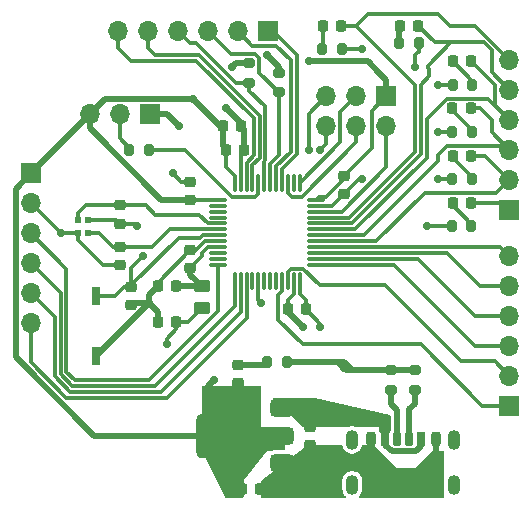
<source format=gbr>
%TF.GenerationSoftware,KiCad,Pcbnew,8.0.4*%
%TF.CreationDate,2024-11-07T17:56:33+01:00*%
%TF.ProjectId,stm32microcontroller,73746d33-326d-4696-9372-6f636f6e7472,rev?*%
%TF.SameCoordinates,Original*%
%TF.FileFunction,Copper,L1,Top*%
%TF.FilePolarity,Positive*%
%FSLAX46Y46*%
G04 Gerber Fmt 4.6, Leading zero omitted, Abs format (unit mm)*
G04 Created by KiCad (PCBNEW 8.0.4) date 2024-11-07 17:56:33*
%MOMM*%
%LPD*%
G01*
G04 APERTURE LIST*
G04 Aperture macros list*
%AMRoundRect*
0 Rectangle with rounded corners*
0 $1 Rounding radius*
0 $2 $3 $4 $5 $6 $7 $8 $9 X,Y pos of 4 corners*
0 Add a 4 corners polygon primitive as box body*
4,1,4,$2,$3,$4,$5,$6,$7,$8,$9,$2,$3,0*
0 Add four circle primitives for the rounded corners*
1,1,$1+$1,$2,$3*
1,1,$1+$1,$4,$5*
1,1,$1+$1,$6,$7*
1,1,$1+$1,$8,$9*
0 Add four rect primitives between the rounded corners*
20,1,$1+$1,$2,$3,$4,$5,0*
20,1,$1+$1,$4,$5,$6,$7,0*
20,1,$1+$1,$6,$7,$8,$9,0*
20,1,$1+$1,$8,$9,$2,$3,0*%
G04 Aperture macros list end*
%TA.AperFunction,ComponentPad*%
%ADD10R,1.700000X1.700000*%
%TD*%
%TA.AperFunction,ComponentPad*%
%ADD11O,1.700000X1.700000*%
%TD*%
%TA.AperFunction,SMDPad,CuDef*%
%ADD12RoundRect,0.200000X0.200000X0.275000X-0.200000X0.275000X-0.200000X-0.275000X0.200000X-0.275000X0*%
%TD*%
%TA.AperFunction,SMDPad,CuDef*%
%ADD13RoundRect,0.218750X-0.218750X-0.256250X0.218750X-0.256250X0.218750X0.256250X-0.218750X0.256250X0*%
%TD*%
%TA.AperFunction,SMDPad,CuDef*%
%ADD14RoundRect,0.250000X-0.450000X0.262500X-0.450000X-0.262500X0.450000X-0.262500X0.450000X0.262500X0*%
%TD*%
%TA.AperFunction,SMDPad,CuDef*%
%ADD15RoundRect,0.225000X0.225000X0.250000X-0.225000X0.250000X-0.225000X-0.250000X0.225000X-0.250000X0*%
%TD*%
%TA.AperFunction,SMDPad,CuDef*%
%ADD16RoundRect,0.225000X-0.225000X-0.250000X0.225000X-0.250000X0.225000X0.250000X-0.225000X0.250000X0*%
%TD*%
%TA.AperFunction,SMDPad,CuDef*%
%ADD17RoundRect,0.175000X-0.175000X-0.425000X0.175000X-0.425000X0.175000X0.425000X-0.175000X0.425000X0*%
%TD*%
%TA.AperFunction,SMDPad,CuDef*%
%ADD18RoundRect,0.190000X0.190000X0.410000X-0.190000X0.410000X-0.190000X-0.410000X0.190000X-0.410000X0*%
%TD*%
%TA.AperFunction,SMDPad,CuDef*%
%ADD19RoundRect,0.200000X0.200000X0.400000X-0.200000X0.400000X-0.200000X-0.400000X0.200000X-0.400000X0*%
%TD*%
%TA.AperFunction,SMDPad,CuDef*%
%ADD20RoundRect,0.175000X0.175000X0.425000X-0.175000X0.425000X-0.175000X-0.425000X0.175000X-0.425000X0*%
%TD*%
%TA.AperFunction,SMDPad,CuDef*%
%ADD21RoundRect,0.190000X-0.190000X-0.410000X0.190000X-0.410000X0.190000X0.410000X-0.190000X0.410000X0*%
%TD*%
%TA.AperFunction,SMDPad,CuDef*%
%ADD22RoundRect,0.200000X-0.200000X-0.400000X0.200000X-0.400000X0.200000X0.400000X-0.200000X0.400000X0*%
%TD*%
%TA.AperFunction,ComponentPad*%
%ADD23O,1.100000X1.700000*%
%TD*%
%TA.AperFunction,SMDPad,CuDef*%
%ADD24RoundRect,0.375000X0.625000X0.375000X-0.625000X0.375000X-0.625000X-0.375000X0.625000X-0.375000X0*%
%TD*%
%TA.AperFunction,SMDPad,CuDef*%
%ADD25RoundRect,0.500000X0.500000X1.400000X-0.500000X1.400000X-0.500000X-1.400000X0.500000X-1.400000X0*%
%TD*%
%TA.AperFunction,SMDPad,CuDef*%
%ADD26RoundRect,0.225000X-0.250000X0.225000X-0.250000X-0.225000X0.250000X-0.225000X0.250000X0.225000X0*%
%TD*%
%TA.AperFunction,SMDPad,CuDef*%
%ADD27RoundRect,0.200000X-0.275000X0.200000X-0.275000X-0.200000X0.275000X-0.200000X0.275000X0.200000X0*%
%TD*%
%TA.AperFunction,SMDPad,CuDef*%
%ADD28RoundRect,0.075000X-0.662500X-0.075000X0.662500X-0.075000X0.662500X0.075000X-0.662500X0.075000X0*%
%TD*%
%TA.AperFunction,SMDPad,CuDef*%
%ADD29RoundRect,0.075000X-0.075000X-0.662500X0.075000X-0.662500X0.075000X0.662500X-0.075000X0.662500X0*%
%TD*%
%TA.AperFunction,SMDPad,CuDef*%
%ADD30RoundRect,0.225000X0.250000X-0.225000X0.250000X0.225000X-0.250000X0.225000X-0.250000X-0.225000X0*%
%TD*%
%TA.AperFunction,SMDPad,CuDef*%
%ADD31RoundRect,0.200000X-0.200000X-0.275000X0.200000X-0.275000X0.200000X0.275000X-0.200000X0.275000X0*%
%TD*%
%TA.AperFunction,SMDPad,CuDef*%
%ADD32RoundRect,0.200000X0.275000X-0.200000X0.275000X0.200000X-0.275000X0.200000X-0.275000X-0.200000X0*%
%TD*%
%TA.AperFunction,SMDPad,CuDef*%
%ADD33R,0.500000X0.600000*%
%TD*%
%TA.AperFunction,SMDPad,CuDef*%
%ADD34R,0.760000X1.600000*%
%TD*%
%TA.AperFunction,SMDPad,CuDef*%
%ADD35RoundRect,0.218750X-0.256250X0.218750X-0.256250X-0.218750X0.256250X-0.218750X0.256250X0.218750X0*%
%TD*%
%TA.AperFunction,ViaPad*%
%ADD36C,0.700000*%
%TD*%
%TA.AperFunction,Conductor*%
%ADD37C,0.300000*%
%TD*%
%TA.AperFunction,Conductor*%
%ADD38C,0.500000*%
%TD*%
G04 APERTURE END LIST*
D10*
%TO.P,DEBUG,1,Pin_1*%
%TO.N,+3V3*%
X82580000Y-64500000D03*
D11*
%TO.P,DEBUG,2,Pin_2*%
%TO.N,SWDIO*%
X82580000Y-67040000D03*
%TO.P,DEBUG,3,Pin_3*%
%TO.N,SWCLK*%
X80040000Y-64500000D03*
%TO.P,DEBUG,4,Pin_4*%
%TO.N,SWO*%
X80040000Y-67040000D03*
%TO.P,DEBUG,5,Pin_5*%
%TO.N,NRST*%
X77500000Y-64500000D03*
%TO.P,DEBUG,6,Pin_6*%
%TO.N,GND*%
X77500000Y-67040000D03*
%TD*%
D12*
%TO.P,R5,1*%
%TO.N,Net-(D5-K)*%
X89787500Y-75500000D03*
%TO.P,R5,2*%
%TO.N,GND*%
X88137500Y-75500000D03*
%TD*%
%TO.P,R6,1*%
%TO.N,Net-(D2-K)*%
X89825000Y-71500000D03*
%TO.P,R6,2*%
%TO.N,GND*%
X88175000Y-71500000D03*
%TD*%
D13*
%TO.P,D7,1,K*%
%TO.N,Net-(D7-K)*%
X88212500Y-61500000D03*
%TO.P,D7,2,A*%
%TO.N,/LED4*%
X89787500Y-61500000D03*
%TD*%
D14*
%TO.P,FB1,1*%
%TO.N,+3.3VA*%
X67000000Y-80587500D03*
%TO.P,FB1,2*%
%TO.N,+3V3*%
X67000000Y-82412500D03*
%TD*%
D15*
%TO.P,C7,1*%
%TO.N,+3.3VA*%
X64775000Y-80587500D03*
%TO.P,C7,2*%
%TO.N,GND*%
X63225000Y-80587500D03*
%TD*%
D16*
%TO.P,C5,1*%
%TO.N,+3V3*%
X68725000Y-67000000D03*
%TO.P,C5,2*%
%TO.N,GND*%
X70275000Y-67000000D03*
%TD*%
D13*
%TO.P,D4,1,K*%
%TO.N,Net-(D4-K)*%
X83712500Y-58500000D03*
%TO.P,D4,2,A*%
%TO.N,/LED5*%
X85287500Y-58500000D03*
%TD*%
D17*
%TO.P,J1,A5,CC1*%
%TO.N,Net-(J1-CC1)*%
X83520000Y-93500000D03*
D18*
%TO.P,J1,A9,VBUS*%
%TO.N,VBUS*%
X85540000Y-93500000D03*
D19*
%TO.P,J1,A12,GND*%
%TO.N,GND*%
X86770000Y-93500000D03*
D20*
%TO.P,J1,B5,CC2*%
%TO.N,Net-(J1-CC2)*%
X84520000Y-93500000D03*
D21*
%TO.P,J1,B9,VBUS*%
%TO.N,VBUS*%
X82500000Y-93500000D03*
D22*
%TO.P,J1,B12,GND*%
%TO.N,GND*%
X81270000Y-93500000D03*
D23*
%TO.P,J1,S1,SHIELD*%
%TO.N,unconnected-(J1-SHIELD-PadS1)*%
X79700000Y-93580000D03*
%TO.N,unconnected-(J1-SHIELD-PadS1)_1*%
X79700000Y-97380000D03*
%TO.N,unconnected-(J1-SHIELD-PadS1)_2*%
X88340000Y-93580000D03*
%TO.N,unconnected-(J1-SHIELD-PadS1)_3*%
X88340000Y-97380000D03*
%TD*%
D15*
%TO.P,C3,1*%
%TO.N,+3V3*%
X75775000Y-82500000D03*
%TO.P,C3,2*%
%TO.N,GND*%
X74225000Y-82500000D03*
%TD*%
D13*
%TO.P,D3,1,K*%
%TO.N,Net-(D3-K)*%
X88175000Y-65500000D03*
%TO.P,D3,2,A*%
%TO.N,/LED3*%
X89750000Y-65500000D03*
%TD*%
D12*
%TO.P,R8,1*%
%TO.N,Net-(D7-K)*%
X89862500Y-63500000D03*
%TO.P,R8,2*%
%TO.N,GND*%
X88212500Y-63500000D03*
%TD*%
D24*
%TO.P,U2,1,GND*%
%TO.N,GND*%
X73780000Y-95520000D03*
%TO.P,U2,2,VO*%
%TO.N,+3V3*%
X73780000Y-93220000D03*
D25*
X67480000Y-93220000D03*
D24*
%TO.P,U2,3,VI*%
%TO.N,VBUS*%
X73780000Y-90920000D03*
%TD*%
D26*
%TO.P,C4,1*%
%TO.N,+3V3*%
X79000000Y-71225000D03*
%TO.P,C4,2*%
%TO.N,GND*%
X79000000Y-72775000D03*
%TD*%
D27*
%TO.P,R11,1*%
%TO.N,+3V3*%
X71000000Y-61675000D03*
%TO.P,R11,2*%
%TO.N,/I2C_SDA*%
X71000000Y-63325000D03*
%TD*%
D28*
%TO.P,U1,1,VBAT*%
%TO.N,+3V3*%
X68337500Y-73250000D03*
%TO.P,U1,2,PC13*%
%TO.N,unconnected-(U1-PC13-Pad2)*%
X68337500Y-73750000D03*
%TO.P,U1,3,PC14*%
%TO.N,unconnected-(U1-PC14-Pad3)*%
X68337500Y-74250000D03*
%TO.P,U1,4,PC15*%
%TO.N,unconnected-(U1-PC15-Pad4)*%
X68337500Y-74750000D03*
%TO.P,U1,5,PD0*%
%TO.N,HSE_IN*%
X68337500Y-75250000D03*
%TO.P,U1,6,PD1*%
%TO.N,HSE_OUT*%
X68337500Y-75750000D03*
%TO.P,U1,7,NRST*%
%TO.N,NRST*%
X68337500Y-76250000D03*
%TO.P,U1,8,VSSA*%
%TO.N,GND*%
X68337500Y-76750000D03*
%TO.P,U1,9,VDDA*%
%TO.N,+3.3VA*%
X68337500Y-77250000D03*
%TO.P,U1,10,PA0*%
%TO.N,unconnected-(U1-PA0-Pad10)*%
X68337500Y-77750000D03*
%TO.P,U1,11,PA1*%
%TO.N,unconnected-(U1-PA1-Pad11)*%
X68337500Y-78250000D03*
%TO.P,U1,12,PA2*%
%TO.N,Net-(J3-Pin_3)*%
X68337500Y-78750000D03*
D29*
%TO.P,U1,13,PA3*%
%TO.N,Net-(J3-Pin_4)*%
X69750000Y-80162500D03*
%TO.P,U1,14,PA4*%
%TO.N,Net-(J3-Pin_5)*%
X70250000Y-80162500D03*
%TO.P,U1,15,PA5*%
%TO.N,Net-(J3-Pin_6)*%
X70750000Y-80162500D03*
%TO.P,U1,16,PA6*%
%TO.N,unconnected-(U1-PA6-Pad16)*%
X71250000Y-80162500D03*
%TO.P,U1,17,PA7*%
%TO.N,/LED1*%
X71750000Y-80162500D03*
%TO.P,U1,18,PB0*%
%TO.N,unconnected-(U1-PB0-Pad18)*%
X72250000Y-80162500D03*
%TO.P,U1,19,PB1*%
%TO.N,unconnected-(U1-PB1-Pad19)*%
X72750000Y-80162500D03*
%TO.P,U1,20,PB2*%
%TO.N,unconnected-(U1-PB2-Pad20)*%
X73250000Y-80162500D03*
%TO.P,U1,21,PB10*%
%TO.N,Net-(J4-Pin_1)*%
X73750000Y-80162500D03*
%TO.P,U1,22,PB11*%
%TO.N,Net-(J4-Pin_2)*%
X74250000Y-80162500D03*
%TO.P,U1,23,VSS*%
%TO.N,GND*%
X74750000Y-80162500D03*
%TO.P,U1,24,VDD*%
%TO.N,+3V3*%
X75250000Y-80162500D03*
D28*
%TO.P,U1,25,PB12*%
%TO.N,Net-(J4-Pin_3)*%
X76662500Y-78750000D03*
%TO.P,U1,26,PB13*%
%TO.N,Net-(J4-Pin_4)*%
X76662500Y-78250000D03*
%TO.P,U1,27,PB14*%
%TO.N,Net-(J4-Pin_5)*%
X76662500Y-77750000D03*
%TO.P,U1,28,PB15*%
%TO.N,Net-(J4-Pin_6)*%
X76662500Y-77250000D03*
%TO.P,U1,29,PA8*%
%TO.N,/LED2*%
X76662500Y-76750000D03*
%TO.P,U1,30,PA9*%
%TO.N,/LED3*%
X76662500Y-76250000D03*
%TO.P,U1,31,PA10*%
%TO.N,/LED4*%
X76662500Y-75750000D03*
%TO.P,U1,32,PA11*%
%TO.N,/LED5*%
X76662500Y-75250000D03*
%TO.P,U1,33,PA12*%
%TO.N,/LED6*%
X76662500Y-74750000D03*
%TO.P,U1,34,PA13*%
%TO.N,SWDIO*%
X76662500Y-74250000D03*
%TO.P,U1,35,VSS*%
%TO.N,GND*%
X76662500Y-73750000D03*
%TO.P,U1,36,VDD*%
%TO.N,+3V3*%
X76662500Y-73250000D03*
D29*
%TO.P,U1,37,PA14*%
%TO.N,SWCLK*%
X75250000Y-71837500D03*
%TO.P,U1,38,PA15*%
%TO.N,unconnected-(U1-PA15-Pad38)*%
X74750000Y-71837500D03*
%TO.P,U1,39,PB3*%
%TO.N,SWO*%
X74250000Y-71837500D03*
%TO.P,U1,40,PB4*%
%TO.N,Net-(J5-Pin_1)*%
X73750000Y-71837500D03*
%TO.P,U1,41,PB5*%
%TO.N,Net-(J5-Pin_2)*%
X73250000Y-71837500D03*
%TO.P,U1,42,PB6*%
%TO.N,/I2C_SCL*%
X72750000Y-71837500D03*
%TO.P,U1,43,PB7*%
%TO.N,/I2C_SDA*%
X72250000Y-71837500D03*
%TO.P,U1,44,BOOT0*%
%TO.N,Net-(U1-BOOT0)*%
X71750000Y-71837500D03*
%TO.P,U1,45,PB8*%
%TO.N,Net-(J5-Pin_5)*%
X71250000Y-71837500D03*
%TO.P,U1,46,PB9*%
%TO.N,Net-(J5-Pin_6)*%
X70750000Y-71837500D03*
%TO.P,U1,47,VSS*%
%TO.N,GND*%
X70250000Y-71837500D03*
%TO.P,U1,48,VDD*%
%TO.N,+3V3*%
X69750000Y-71837500D03*
%TD*%
D12*
%TO.P,R7,1*%
%TO.N,Net-(D3-K)*%
X89825000Y-67500000D03*
%TO.P,R7,2*%
%TO.N,GND*%
X88175000Y-67500000D03*
%TD*%
D30*
%TO.P,C6,1*%
%TO.N,+3.3VA*%
X66000000Y-79050000D03*
%TO.P,C6,2*%
%TO.N,GND*%
X66000000Y-77500000D03*
%TD*%
D31*
%TO.P,R10,1*%
%TO.N,Net-(D6-K)*%
X77175000Y-60500000D03*
%TO.P,R10,2*%
%TO.N,GND*%
X78825000Y-60500000D03*
%TD*%
D16*
%TO.P,C2,1*%
%TO.N,+3V3*%
X69000000Y-69000000D03*
%TO.P,C2,2*%
%TO.N,GND*%
X70550000Y-69000000D03*
%TD*%
D15*
%TO.P,C8,1*%
%TO.N,+3V3*%
X64775000Y-83587500D03*
%TO.P,C8,2*%
%TO.N,GND*%
X63225000Y-83587500D03*
%TD*%
D10*
%TO.P,J6,1,Pin_1*%
%TO.N,/LED1*%
X93000000Y-74080000D03*
D11*
%TO.P,J6,2,Pin_2*%
%TO.N,/LED2*%
X93000000Y-71540000D03*
%TO.P,J6,3,Pin_3*%
%TO.N,/LED3*%
X93000000Y-69000000D03*
%TO.P,J6,4,Pin_4*%
%TO.N,/LED4*%
X93000000Y-66460000D03*
%TO.P,J6,5,Pin_5*%
%TO.N,/LED5*%
X93000000Y-63920000D03*
%TO.P,J6,6,Pin_6*%
%TO.N,/LED6*%
X93000000Y-61380000D03*
%TD*%
D27*
%TO.P,R12,1*%
%TO.N,+3V3*%
X73500000Y-62500000D03*
%TO.P,R12,2*%
%TO.N,/I2C_SCL*%
X73500000Y-64150000D03*
%TD*%
D13*
%TO.P,D6,1,K*%
%TO.N,Net-(D6-K)*%
X77212500Y-58500000D03*
%TO.P,D6,2,A*%
%TO.N,/LED6*%
X78787500Y-58500000D03*
%TD*%
%TO.P,D5,1,K*%
%TO.N,Net-(D5-K)*%
X88212500Y-73500000D03*
%TO.P,D5,2,A*%
%TO.N,/LED1*%
X89787500Y-73500000D03*
%TD*%
D26*
%TO.P,C12,1*%
%TO.N,VBUS*%
X76130000Y-92445000D03*
%TO.P,C12,2*%
%TO.N,GND*%
X76130000Y-93995000D03*
%TD*%
%TO.P,C9,1*%
%TO.N,NRST*%
X61000000Y-80645000D03*
%TO.P,C9,2*%
%TO.N,GND*%
X61000000Y-82195000D03*
%TD*%
D32*
%TO.P,R4,1*%
%TO.N,Net-(J1-CC1)*%
X83000000Y-89325000D03*
%TO.P,R4,2*%
%TO.N,GND*%
X83000000Y-87675000D03*
%TD*%
D31*
%TO.P,R1,1*%
%TO.N,Net-(SW1-B)*%
X60810000Y-69000000D03*
%TO.P,R1,2*%
%TO.N,Net-(U1-BOOT0)*%
X62460000Y-69000000D03*
%TD*%
D26*
%TO.P,C10,1*%
%TO.N,HSE_IN*%
X60000000Y-73725000D03*
%TO.P,C10,2*%
%TO.N,GND*%
X60000000Y-75275000D03*
%TD*%
D33*
%TO.P,Y1,1,1*%
%TO.N,HSE_IN*%
X56500000Y-74950000D03*
%TO.P,Y1,2,2*%
%TO.N,GND*%
X56500000Y-76050000D03*
%TO.P,Y1,3,3*%
%TO.N,HSE_OUT*%
X57300000Y-76050000D03*
%TO.P,Y1,4,4*%
%TO.N,GND*%
X57300000Y-74950000D03*
%TD*%
D10*
%TO.P,BOOT,1,A*%
%TO.N,GND*%
X62540000Y-66000000D03*
D11*
%TO.P,BOOT,2,B*%
%TO.N,Net-(SW1-B)*%
X60000000Y-66000000D03*
%TO.P,BOOT,3,C*%
%TO.N,+3V3*%
X57460000Y-66000000D03*
%TD*%
D10*
%TO.P,J4,1,Pin_1*%
%TO.N,Net-(J4-Pin_1)*%
X93000000Y-90700000D03*
D11*
%TO.P,J4,2,Pin_2*%
%TO.N,Net-(J4-Pin_2)*%
X93000000Y-88160000D03*
%TO.P,J4,3,Pin_3*%
%TO.N,Net-(J4-Pin_3)*%
X93000000Y-85620000D03*
%TO.P,J4,4,Pin_4*%
%TO.N,Net-(J4-Pin_4)*%
X93000000Y-83080000D03*
%TO.P,J4,5,Pin_5*%
%TO.N,Net-(J4-Pin_5)*%
X93000000Y-80540000D03*
%TO.P,J4,6,Pin_6*%
%TO.N,Net-(J4-Pin_6)*%
X93000000Y-78000000D03*
%TD*%
D13*
%TO.P,D2,1,K*%
%TO.N,Net-(D2-K)*%
X88212500Y-69500000D03*
%TO.P,D2,2,A*%
%TO.N,/LED2*%
X89787500Y-69500000D03*
%TD*%
D34*
%TO.P,SW2,1,1*%
%TO.N,NRST*%
X58000000Y-81420000D03*
%TO.P,SW2,2,2*%
%TO.N,GND*%
X58000000Y-86500000D03*
%TD*%
D31*
%TO.P,R9,1*%
%TO.N,Net-(D4-K)*%
X83675000Y-60000000D03*
%TO.P,R9,2*%
%TO.N,GND*%
X85325000Y-60000000D03*
%TD*%
%TO.P,R2,1*%
%TO.N,Net-(D1-K)*%
X72500000Y-87000000D03*
%TO.P,R2,2*%
%TO.N,GND*%
X74150000Y-87000000D03*
%TD*%
D16*
%TO.P,C13,1*%
%TO.N,+3V3*%
X70355000Y-97720000D03*
%TO.P,C13,2*%
%TO.N,GND*%
X71905000Y-97720000D03*
%TD*%
D10*
%TO.P,J5,1,Pin_1*%
%TO.N,Net-(J5-Pin_1)*%
X72580000Y-59000000D03*
D11*
%TO.P,J5,2,Pin_2*%
%TO.N,Net-(J5-Pin_2)*%
X70040000Y-59000000D03*
%TO.P,J5,3,Pin_3*%
%TO.N,/I2C_SCL*%
X67500000Y-59000000D03*
%TO.P,J5,4,Pin_4*%
%TO.N,/I2C_SDA*%
X64960000Y-59000000D03*
%TO.P,J5,5,Pin_5*%
%TO.N,Net-(J5-Pin_5)*%
X62420000Y-59000000D03*
%TO.P,J5,6,Pin_6*%
%TO.N,Net-(J5-Pin_6)*%
X59880000Y-59000000D03*
%TD*%
D32*
%TO.P,R3,1*%
%TO.N,Net-(J1-CC2)*%
X85000000Y-89325000D03*
%TO.P,R3,2*%
%TO.N,GND*%
X85000000Y-87675000D03*
%TD*%
D10*
%TO.P,J3,1,Pin_1*%
%TO.N,+3V3*%
X52500000Y-71000000D03*
D11*
%TO.P,J3,2,Pin_2*%
%TO.N,GND*%
X52500000Y-73540000D03*
%TO.P,J3,3,Pin_3*%
%TO.N,Net-(J3-Pin_3)*%
X52500000Y-76080000D03*
%TO.P,J3,4,Pin_4*%
%TO.N,Net-(J3-Pin_4)*%
X52500000Y-78620000D03*
%TO.P,J3,5,Pin_5*%
%TO.N,Net-(J3-Pin_5)*%
X52500000Y-81160000D03*
%TO.P,J3,6,Pin_6*%
%TO.N,Net-(J3-Pin_6)*%
X52500000Y-83700000D03*
%TD*%
D26*
%TO.P,C11,1*%
%TO.N,HSE_OUT*%
X60000000Y-77225000D03*
%TO.P,C11,2*%
%TO.N,GND*%
X60000000Y-78775000D03*
%TD*%
D35*
%TO.P,D1,1,K*%
%TO.N,Net-(D1-K)*%
X70000000Y-87212500D03*
%TO.P,D1,2,A*%
%TO.N,+3V3*%
X70000000Y-88787500D03*
%TD*%
D30*
%TO.P,C1,1*%
%TO.N,+3V3*%
X66000000Y-73275000D03*
%TO.P,C1,2*%
%TO.N,GND*%
X66000000Y-71725000D03*
%TD*%
D36*
%TO.N,GND*%
X80500000Y-71500000D03*
X87000000Y-71500000D03*
X84000000Y-97000000D03*
X80500000Y-60500000D03*
X86000000Y-75500000D03*
X87000000Y-67500000D03*
X86770000Y-95230000D03*
X62500000Y-82000000D03*
X64500000Y-71000000D03*
X65000000Y-67000000D03*
X85000000Y-62000000D03*
X75500000Y-84000000D03*
X77000000Y-69000000D03*
X79000000Y-87500000D03*
X81000000Y-95000000D03*
X87000000Y-63500000D03*
X73500000Y-98000000D03*
X61500000Y-75500000D03*
X77000000Y-95500000D03*
X76000000Y-95500000D03*
X55010000Y-76050000D03*
X69000000Y-65500000D03*
%TO.N,+3V3*%
X69500000Y-62000000D03*
X66200000Y-64700000D03*
X76000000Y-61500000D03*
X72500000Y-61000000D03*
X64000000Y-85500000D03*
X77000000Y-84000000D03*
X68000000Y-88500000D03*
%TO.N,NRST*%
X76000000Y-69000000D03*
X62000000Y-78000000D03*
%TO.N,/LED1*%
X72000000Y-82000000D03*
%TD*%
D37*
%TO.N,GND*%
X74225000Y-81775000D02*
X74225000Y-82500000D01*
X56500000Y-76050000D02*
X56500000Y-76650000D01*
D38*
X79675000Y-87675000D02*
X79175000Y-87675000D01*
D37*
X78025000Y-73750000D02*
X79000000Y-72775000D01*
X60000000Y-75275000D02*
X61275000Y-75275000D01*
X66000000Y-77500000D02*
X63225000Y-80275000D01*
X79000000Y-72775000D02*
X80275000Y-71500000D01*
X70250000Y-69525000D02*
X70775000Y-69000000D01*
D38*
X73780000Y-95520000D02*
X73780000Y-95845000D01*
D37*
X78825000Y-60500000D02*
X80500000Y-60500000D01*
X63225000Y-80275000D02*
X63225000Y-80587500D01*
X85287500Y-60712500D02*
X85325000Y-60712500D01*
D38*
X79000000Y-87000000D02*
X79000000Y-87500000D01*
X76130000Y-93995000D02*
X76317500Y-94182500D01*
D37*
X56500000Y-76650000D02*
X58625000Y-78775000D01*
X77500000Y-68500000D02*
X77000000Y-69000000D01*
X57300000Y-74950000D02*
X59675000Y-74950000D01*
D38*
X62540000Y-66000000D02*
X64000000Y-66000000D01*
X79000000Y-87000000D02*
X79000000Y-87000000D01*
X63225000Y-83587500D02*
X63225000Y-82725000D01*
D37*
X85000000Y-62000000D02*
X85000000Y-61000000D01*
D38*
X79000000Y-87000000D02*
X79675000Y-87675000D01*
D37*
X68337500Y-76750000D02*
X67250000Y-76750000D01*
X74750000Y-81250000D02*
X74225000Y-81775000D01*
X88175000Y-67500000D02*
X87000000Y-67500000D01*
X55010000Y-76050000D02*
X56500000Y-76050000D01*
D38*
X62500000Y-82000000D02*
X61195000Y-82000000D01*
X70550000Y-67275000D02*
X70275000Y-67000000D01*
D37*
X65225000Y-71725000D02*
X64500000Y-71000000D01*
X58625000Y-78775000D02*
X60000000Y-78775000D01*
X88137500Y-75500000D02*
X86000000Y-75500000D01*
X55010000Y-76050000D02*
X52500000Y-73540000D01*
D38*
X74150000Y-87000000D02*
X78500000Y-87000000D01*
X62500000Y-81312500D02*
X63225000Y-80587500D01*
X58000000Y-86500000D02*
X62500000Y-82000000D01*
D37*
X85000000Y-61000000D02*
X85287500Y-60712500D01*
D38*
X70275000Y-66775000D02*
X69000000Y-65500000D01*
X74225000Y-82725000D02*
X75500000Y-84000000D01*
D37*
X77500000Y-67040000D02*
X77500000Y-68500000D01*
D38*
X61195000Y-82000000D02*
X61000000Y-82195000D01*
D37*
X88212500Y-63500000D02*
X87000000Y-63500000D01*
X74750000Y-80162500D02*
X74750000Y-81250000D01*
X67250000Y-76750000D02*
X66500000Y-77500000D01*
D38*
X79675000Y-87675000D02*
X85000000Y-87675000D01*
D37*
X88175000Y-71500000D02*
X87000000Y-71500000D01*
X66000000Y-71725000D02*
X65225000Y-71725000D01*
X59675000Y-74950000D02*
X60000000Y-75275000D01*
X61275000Y-75275000D02*
X61500000Y-75500000D01*
D38*
X74225000Y-82500000D02*
X74225000Y-82725000D01*
D37*
X70250000Y-71837500D02*
X70250000Y-69525000D01*
D38*
X63225000Y-82725000D02*
X62500000Y-82000000D01*
D37*
X80275000Y-71500000D02*
X80500000Y-71500000D01*
D38*
X70275000Y-67000000D02*
X70275000Y-66775000D01*
X79175000Y-87675000D02*
X79000000Y-87500000D01*
D37*
X85325000Y-60712500D02*
X85325000Y-60000000D01*
D38*
X78500000Y-87000000D02*
X79000000Y-87000000D01*
X73780000Y-95520000D02*
X74020000Y-95520000D01*
X86770000Y-95230000D02*
X86770000Y-93500000D01*
X64000000Y-66000000D02*
X65000000Y-67000000D01*
X70550000Y-69000000D02*
X70550000Y-67275000D01*
X62500000Y-82000000D02*
X62500000Y-81312500D01*
D37*
X66500000Y-77500000D02*
X66000000Y-77500000D01*
D38*
X78500000Y-87000000D02*
X79000000Y-87500000D01*
D37*
X76662500Y-73750000D02*
X78025000Y-73750000D01*
D38*
%TO.N,+3V3*%
X57460000Y-67202081D02*
X63532919Y-73275000D01*
D37*
X64775000Y-83587500D02*
X65825000Y-83587500D01*
D38*
X73500000Y-62500000D02*
X73500000Y-62000000D01*
X66200000Y-64700000D02*
X58760000Y-64700000D01*
X82000000Y-62500000D02*
X81000000Y-61500000D01*
D37*
X64775000Y-83587500D02*
X64775000Y-84225000D01*
X64000000Y-85000000D02*
X64000000Y-85500000D01*
D38*
X67480000Y-93220000D02*
X57871472Y-93220000D01*
X67500000Y-89000000D02*
X67500000Y-89500000D01*
D37*
X66025000Y-73250000D02*
X66000000Y-73275000D01*
D38*
X68500000Y-67000000D02*
X68725000Y-67000000D01*
D37*
X77475000Y-73005592D02*
X79000000Y-71480592D01*
D38*
X66200000Y-64700000D02*
X68500000Y-67000000D01*
D37*
X69750000Y-71837500D02*
X69750000Y-71250000D01*
X75775000Y-81775000D02*
X75775000Y-82500000D01*
X75250000Y-81250000D02*
X75775000Y-81775000D01*
X81380000Y-65700000D02*
X82580000Y-64500000D01*
X76662500Y-73250000D02*
X76906908Y-73005592D01*
X65825000Y-83587500D02*
X67000000Y-82412500D01*
D38*
X68000000Y-88500000D02*
X67500000Y-89000000D01*
X58760000Y-64700000D02*
X57460000Y-66000000D01*
D37*
X69000000Y-69225000D02*
X69225000Y-69000000D01*
D38*
X68725000Y-67000000D02*
X68725000Y-68725000D01*
X57460000Y-66000000D02*
X57460000Y-67202081D01*
X51200000Y-86548528D02*
X51200000Y-72300000D01*
D37*
X64775000Y-84225000D02*
X64000000Y-85000000D01*
D38*
X52500000Y-71000000D02*
X52500000Y-70960000D01*
D37*
X77000000Y-83725000D02*
X77000000Y-84000000D01*
D38*
X82580000Y-63080000D02*
X82000000Y-62500000D01*
D37*
X69750000Y-71250000D02*
X69000000Y-70500000D01*
D38*
X73500000Y-62000000D02*
X72500000Y-61000000D01*
D37*
X79000000Y-71480592D02*
X79000000Y-71225000D01*
D38*
X69825000Y-61675000D02*
X69500000Y-62000000D01*
D37*
X68337500Y-73250000D02*
X66025000Y-73250000D01*
D38*
X68725000Y-68725000D02*
X69000000Y-69000000D01*
D37*
X69000000Y-70500000D02*
X69000000Y-69225000D01*
X79000000Y-71225000D02*
X81380000Y-68845000D01*
D38*
X82580000Y-64500000D02*
X82580000Y-63080000D01*
D37*
X81380000Y-68845000D02*
X81380000Y-65700000D01*
X75775000Y-82500000D02*
X77000000Y-83725000D01*
D38*
X57871472Y-93220000D02*
X51200000Y-86548528D01*
X71000000Y-61675000D02*
X69825000Y-61675000D01*
D37*
X76906908Y-73005592D02*
X77475000Y-73005592D01*
D38*
X63532919Y-73275000D02*
X66000000Y-73275000D01*
X51200000Y-72300000D02*
X52500000Y-71000000D01*
X81000000Y-61500000D02*
X76000000Y-61500000D01*
D37*
X75250000Y-80162500D02*
X75250000Y-81250000D01*
D38*
X52500000Y-70960000D02*
X57460000Y-66000000D01*
D37*
%TO.N,+3.3VA*%
X67000000Y-77746880D02*
X67000000Y-78050000D01*
X67000000Y-78050000D02*
X66000000Y-79050000D01*
X67496880Y-77250000D02*
X67000000Y-77746880D01*
D38*
X66000000Y-79050000D02*
X66000000Y-79587500D01*
X64775000Y-80587500D02*
X67000000Y-80587500D01*
X66000000Y-79587500D02*
X67000000Y-80587500D01*
D37*
X68337500Y-77250000D02*
X67496880Y-77250000D01*
%TO.N,NRST*%
X58000000Y-81420000D02*
X59580000Y-81420000D01*
X61000000Y-79000000D02*
X61000000Y-80645000D01*
X76000000Y-66000000D02*
X76000000Y-69000000D01*
X67042894Y-76250000D02*
X66792894Y-76500000D01*
X62000000Y-78000000D02*
X61000000Y-79000000D01*
X66792894Y-76500000D02*
X65000000Y-76500000D01*
X59580000Y-81420000D02*
X60355000Y-80645000D01*
X61000000Y-80645000D02*
X61000000Y-80500000D01*
X68337500Y-76250000D02*
X67042894Y-76250000D01*
X60355000Y-80645000D02*
X61000000Y-80645000D01*
X77500000Y-64500000D02*
X76000000Y-66000000D01*
X61000000Y-80500000D02*
X65000000Y-76500000D01*
%TO.N,HSE_IN*%
X63000000Y-74500000D02*
X62225000Y-73725000D01*
X67496880Y-75250000D02*
X66746880Y-74500000D01*
X56500000Y-74350000D02*
X56500000Y-74950000D01*
X66746880Y-74500000D02*
X63000000Y-74500000D01*
X60000000Y-73725000D02*
X57125000Y-73725000D01*
X62225000Y-73725000D02*
X60000000Y-73725000D01*
X57125000Y-73725000D02*
X56500000Y-74350000D01*
X68337500Y-75250000D02*
X67496880Y-75250000D01*
%TO.N,HSE_OUT*%
X57300000Y-76050000D02*
X58250000Y-76050000D01*
X58250000Y-76050000D02*
X59425000Y-77225000D01*
X64250000Y-75750000D02*
X62775000Y-77225000D01*
X68337500Y-75750000D02*
X64250000Y-75750000D01*
X60000000Y-77225000D02*
X59425000Y-77225000D01*
X62775000Y-77225000D02*
X60000000Y-77225000D01*
D38*
%TO.N,VBUS*%
X85540000Y-93500000D02*
X85540000Y-94100000D01*
X85540000Y-94100000D02*
X85090000Y-94550000D01*
X82500000Y-94000000D02*
X82500000Y-93500000D01*
X85090000Y-94550000D02*
X83050000Y-94550000D01*
X83050000Y-94550000D02*
X82500000Y-94000000D01*
X76295000Y-92280000D02*
X76130000Y-92445000D01*
%TO.N,Net-(D1-K)*%
X72287500Y-87212500D02*
X72500000Y-87000000D01*
X70000000Y-87212500D02*
X72287500Y-87212500D01*
D37*
%TO.N,/LED2*%
X90960000Y-69500000D02*
X93000000Y-71540000D01*
X93000000Y-71540000D02*
X91865000Y-72675000D01*
X89787500Y-69500000D02*
X90960000Y-69500000D01*
X81750000Y-76750000D02*
X76662500Y-76750000D01*
X91865000Y-72675000D02*
X85825000Y-72675000D01*
X85825000Y-72675000D02*
X81750000Y-76750000D01*
%TO.N,Net-(D2-K)*%
X89825000Y-71325000D02*
X89825000Y-71500000D01*
X88212500Y-69712500D02*
X89825000Y-71325000D01*
X88212500Y-69500000D02*
X88212500Y-69712500D01*
%TO.N,/LED3*%
X91500000Y-67500000D02*
X93000000Y-69000000D01*
X87000000Y-69427104D02*
X87752104Y-68675000D01*
X91500000Y-66500000D02*
X91500000Y-67500000D01*
X80713552Y-76250000D02*
X87000000Y-69963552D01*
X89750000Y-65500000D02*
X90500000Y-65500000D01*
X90500000Y-65500000D02*
X91500000Y-66500000D01*
X87000000Y-69963552D02*
X87000000Y-69427104D01*
X76662500Y-76250000D02*
X80713552Y-76250000D01*
X87752104Y-68675000D02*
X92675000Y-68675000D01*
X92675000Y-68675000D02*
X93000000Y-69000000D01*
%TO.N,Net-(D3-K)*%
X88175000Y-65500000D02*
X88175000Y-65675000D01*
X89825000Y-67325000D02*
X89825000Y-67500000D01*
X88175000Y-65675000D02*
X89825000Y-67325000D01*
D38*
%TO.N,Net-(D4-K)*%
X83675000Y-58537500D02*
X83712500Y-58500000D01*
X83675000Y-60000000D02*
X83675000Y-58537500D01*
D37*
%TO.N,/LED5*%
X79638257Y-75250000D02*
X76662500Y-75250000D01*
X88075000Y-59925000D02*
X86112500Y-61887500D01*
X90837894Y-59925000D02*
X91500000Y-60587106D01*
X91500000Y-60587106D02*
X91500000Y-62420000D01*
X86112500Y-61887500D02*
X86112500Y-62122550D01*
X85500000Y-63489950D02*
X85500000Y-69388257D01*
X86112500Y-62122550D02*
X86200000Y-62210050D01*
X86200000Y-62210050D02*
X86200000Y-62789950D01*
X91500000Y-62420000D02*
X93000000Y-63920000D01*
X88500000Y-59925000D02*
X86712500Y-59925000D01*
X88500000Y-59925000D02*
X88075000Y-59925000D01*
X86712500Y-59925000D02*
X85287500Y-58500000D01*
X85500000Y-69388257D02*
X79638257Y-75250000D01*
X88500000Y-59925000D02*
X90837894Y-59925000D01*
X86200000Y-62789950D02*
X85500000Y-63489950D01*
%TO.N,Net-(D5-K)*%
X89787500Y-75287500D02*
X89787500Y-75500000D01*
X88212500Y-73712500D02*
X89787500Y-75287500D01*
X88212500Y-73500000D02*
X88212500Y-73712500D01*
%TO.N,/LED1*%
X89712500Y-73500000D02*
X92420000Y-73500000D01*
X92420000Y-73500000D02*
X93000000Y-74080000D01*
X71750000Y-80162500D02*
X71750000Y-81750000D01*
X71750000Y-81750000D02*
X72000000Y-82000000D01*
%TO.N,Net-(D6-K)*%
X77212500Y-60462500D02*
X77175000Y-60500000D01*
X77212500Y-58500000D02*
X77212500Y-60462500D01*
%TO.N,/LED6*%
X76662500Y-74750000D02*
X79431151Y-74750000D01*
X85000000Y-69181151D02*
X85000000Y-63500000D01*
X80000000Y-58500000D02*
X81000000Y-57500000D01*
X79431151Y-74750000D02*
X85000000Y-69181151D01*
X85000000Y-63500000D02*
X80000000Y-58500000D01*
X87000000Y-57500000D02*
X88000000Y-58500000D01*
X90120000Y-58500000D02*
X93000000Y-61380000D01*
X88000000Y-58500000D02*
X90120000Y-58500000D01*
X78787500Y-58500000D02*
X80000000Y-58500000D01*
X81000000Y-57500000D02*
X87000000Y-57500000D01*
%TO.N,/LED4*%
X79958321Y-75750000D02*
X86000000Y-69708321D01*
X86000000Y-69708321D02*
X86000000Y-66389604D01*
X86000000Y-66389604D02*
X87714604Y-64675000D01*
X91800000Y-65260000D02*
X93000000Y-66460000D01*
X76662500Y-75750000D02*
X79958321Y-75750000D01*
X91800000Y-63512500D02*
X91800000Y-65260000D01*
X91215000Y-64675000D02*
X93000000Y-66460000D01*
X89787500Y-61500000D02*
X91800000Y-63512500D01*
X87714604Y-64675000D02*
X91215000Y-64675000D01*
%TO.N,Net-(D7-K)*%
X89862500Y-63150000D02*
X88212500Y-61500000D01*
X89862500Y-63500000D02*
X89862500Y-63150000D01*
D38*
%TO.N,Net-(J1-CC2)*%
X84500000Y-91000000D02*
X85000000Y-90500000D01*
X85000000Y-90500000D02*
X85000000Y-89325000D01*
X84520000Y-93500000D02*
X84520000Y-91020000D01*
X84520000Y-91020000D02*
X84500000Y-91000000D01*
%TO.N,Net-(J1-CC1)*%
X83520000Y-91020000D02*
X83000000Y-90500000D01*
X83520000Y-93500000D02*
X83520000Y-91020000D01*
X83000000Y-90500000D02*
X83000000Y-89325000D01*
D37*
%TO.N,SWO*%
X74571880Y-73000000D02*
X75428120Y-73000000D01*
X75428120Y-73000000D02*
X80040000Y-68388120D01*
X80040000Y-68388120D02*
X80040000Y-67040000D01*
X74250000Y-72678120D02*
X74571880Y-73000000D01*
X74250000Y-71837500D02*
X74250000Y-72678120D01*
%TO.N,SWCLK*%
X75250000Y-71837500D02*
X78700000Y-68387500D01*
X78700000Y-68387500D02*
X78700000Y-65840000D01*
X78700000Y-65840000D02*
X80040000Y-64500000D01*
%TO.N,SWDIO*%
X78819408Y-74250000D02*
X82580000Y-70489408D01*
X82580000Y-70489408D02*
X82580000Y-67040000D01*
X76662500Y-74250000D02*
X78819408Y-74250000D01*
%TO.N,Net-(J3-Pin_4)*%
X52500000Y-78620000D02*
X55000000Y-81120000D01*
X56000000Y-89000000D02*
X63000000Y-89000000D01*
X55000000Y-88000000D02*
X56000000Y-89000000D01*
X63000000Y-89000000D02*
X69750000Y-82250000D01*
X69750000Y-82250000D02*
X69750000Y-80162500D01*
X55000000Y-81120000D02*
X55000000Y-88000000D01*
%TO.N,Net-(J3-Pin_3)*%
X52500000Y-76080000D02*
X55500000Y-79080000D01*
X68337500Y-82642956D02*
X68337500Y-78750000D01*
X56207106Y-88500000D02*
X62480456Y-88500000D01*
X55500000Y-79080000D02*
X55500000Y-87792894D01*
X62480456Y-88500000D02*
X68337500Y-82642956D01*
X55500000Y-87792894D02*
X56207106Y-88500000D01*
%TO.N,Net-(J3-Pin_6)*%
X52500000Y-83700000D02*
X52500000Y-87000000D01*
X52500000Y-87000000D02*
X55500000Y-90000000D01*
X70750000Y-83250000D02*
X70750000Y-80162500D01*
X64000000Y-90000000D02*
X70750000Y-83250000D01*
X55500000Y-90000000D02*
X64000000Y-90000000D01*
%TO.N,Net-(J3-Pin_5)*%
X70250000Y-80162500D02*
X70250000Y-82750000D01*
X54500000Y-88207106D02*
X54500000Y-83160000D01*
X55792894Y-89500000D02*
X54500000Y-88207106D01*
X70250000Y-82750000D02*
X63500000Y-89500000D01*
X63500000Y-89500000D02*
X55792894Y-89500000D01*
X54500000Y-83160000D02*
X52500000Y-81160000D01*
%TO.N,Net-(J4-Pin_3)*%
X83250000Y-78750000D02*
X90120000Y-85620000D01*
X76662500Y-78750000D02*
X83250000Y-78750000D01*
X90120000Y-85620000D02*
X93000000Y-85620000D01*
%TO.N,Net-(J4-Pin_4)*%
X76662500Y-78250000D02*
X85250000Y-78250000D01*
X85250000Y-78250000D02*
X90080000Y-83080000D01*
X90080000Y-83080000D02*
X93000000Y-83080000D01*
%TO.N,Net-(J4-Pin_5)*%
X76662500Y-77750000D02*
X87750000Y-77750000D01*
X90540000Y-80540000D02*
X93000000Y-80540000D01*
X87750000Y-77750000D02*
X90540000Y-80540000D01*
%TO.N,Net-(J4-Pin_6)*%
X92250000Y-77250000D02*
X76662500Y-77250000D01*
X93000000Y-78000000D02*
X92250000Y-77250000D01*
%TO.N,Net-(J4-Pin_2)*%
X82500000Y-80500000D02*
X76928120Y-80500000D01*
X75503120Y-79075000D02*
X74496880Y-79075000D01*
X74496880Y-79075000D02*
X74250000Y-79321880D01*
X76928120Y-80500000D02*
X75503120Y-79075000D01*
X91765000Y-86925000D02*
X88925000Y-86925000D01*
X74250000Y-79321880D02*
X74250000Y-80162500D01*
X88925000Y-86925000D02*
X82500000Y-80500000D01*
X93000000Y-88160000D02*
X91765000Y-86925000D01*
%TO.N,Net-(J4-Pin_1)*%
X93000000Y-90700000D02*
X90700000Y-90700000D01*
X90700000Y-90700000D02*
X85500000Y-85500000D01*
X73750000Y-81003120D02*
X73750000Y-80162500D01*
X73425000Y-81328120D02*
X73750000Y-81003120D01*
X85500000Y-85500000D02*
X75500000Y-85500000D01*
X73425000Y-83425000D02*
X73425000Y-81328120D01*
X75500000Y-85500000D02*
X73425000Y-83425000D01*
%TO.N,Net-(J5-Pin_1)*%
X73750000Y-71837500D02*
X73750000Y-70629943D01*
X73000000Y-59000000D02*
X72580000Y-59000000D01*
X73750000Y-70629943D02*
X75000000Y-69379943D01*
X75000000Y-69379943D02*
X75000000Y-61000000D01*
X75000000Y-61000000D02*
X73000000Y-59000000D01*
%TO.N,/I2C_SCL*%
X72750000Y-70215729D02*
X73500000Y-69465729D01*
X71825000Y-62475000D02*
X71825000Y-61241642D01*
X73500000Y-69465729D02*
X73500000Y-64150000D01*
X69425000Y-60925000D02*
X67500000Y-59000000D01*
X71825000Y-61241642D02*
X71508358Y-60925000D01*
X73500000Y-64150000D02*
X71825000Y-62475000D01*
X72750000Y-71837500D02*
X72750000Y-70215729D01*
X71508358Y-60925000D02*
X69425000Y-60925000D01*
%TO.N,/I2C_SDA*%
X65960000Y-60000000D02*
X64960000Y-59000000D01*
X71000000Y-63325000D02*
X69825000Y-63325000D01*
X69825000Y-63325000D02*
X66500000Y-60000000D01*
X72250000Y-70008622D02*
X72350000Y-69908622D01*
X66500000Y-60000000D02*
X65960000Y-60000000D01*
X72350000Y-69908622D02*
X72350000Y-65350000D01*
X72350000Y-65350000D02*
X71000000Y-64000000D01*
X71000000Y-64000000D02*
X71000000Y-63325000D01*
X72250000Y-71837500D02*
X72250000Y-70008622D01*
%TO.N,Net-(J5-Pin_2)*%
X71240000Y-60200000D02*
X73283358Y-60200000D01*
X73283358Y-60200000D02*
X74500000Y-61416642D01*
X74500000Y-61416642D02*
X74500000Y-69172836D01*
X70040000Y-59000000D02*
X71240000Y-60200000D01*
X74500000Y-69172836D02*
X73250000Y-70422836D01*
X73250000Y-70422836D02*
X73250000Y-71837500D01*
%TO.N,Net-(SW1-B)*%
X60000000Y-68040000D02*
X60000000Y-66000000D01*
X60810000Y-68850000D02*
X60000000Y-68040000D01*
X60810000Y-69000000D02*
X60810000Y-68850000D01*
%TO.N,Net-(U1-BOOT0)*%
X69500000Y-73000000D02*
X65500000Y-69000000D01*
X71750000Y-71837500D02*
X71750000Y-72750000D01*
X71500000Y-73000000D02*
X69500000Y-73000000D01*
X65500000Y-69000000D02*
X62460000Y-69000000D01*
X71750000Y-72750000D02*
X71500000Y-73000000D01*
%TO.N,Net-(J5-Pin_5)*%
X71250000Y-70301515D02*
X71850000Y-69701515D01*
X62420000Y-60420000D02*
X62420000Y-59000000D01*
X71850000Y-69701515D02*
X71850000Y-66142893D01*
X66707107Y-61000000D02*
X63000000Y-61000000D01*
X71850000Y-66142893D02*
X66707107Y-61000000D01*
X63000000Y-61000000D02*
X62420000Y-60420000D01*
X71250000Y-71837500D02*
X71250000Y-70301515D01*
%TO.N,Net-(J5-Pin_6)*%
X70750000Y-71837500D02*
X70750000Y-70094408D01*
X59880000Y-60380000D02*
X59880000Y-59000000D01*
X61000000Y-61500000D02*
X59880000Y-60380000D01*
X70750000Y-70094408D02*
X71350000Y-69494408D01*
X71350000Y-66350000D02*
X66500000Y-61500000D01*
X66500000Y-61500000D02*
X61000000Y-61500000D01*
X71350000Y-69494408D02*
X71350000Y-66350000D01*
%TD*%
%TA.AperFunction,Conductor*%
%TO.N,+3V3*%
G36*
X71943039Y-89019685D02*
G01*
X71988794Y-89072489D01*
X72000000Y-89124000D01*
X72000000Y-92500000D01*
X73876000Y-92500000D01*
X73943039Y-92519685D01*
X73988794Y-92572489D01*
X74000000Y-92624000D01*
X74000000Y-94345500D01*
X73980315Y-94412539D01*
X73927511Y-94458294D01*
X73876000Y-94469500D01*
X73100406Y-94469500D01*
X73059568Y-94473211D01*
X73032341Y-94475685D01*
X72972332Y-94494385D01*
X72935442Y-94500000D01*
X72500000Y-94500000D01*
X70500000Y-97000000D01*
X70500000Y-98376000D01*
X70480315Y-98443039D01*
X70427511Y-98488794D01*
X70376000Y-98500000D01*
X69076636Y-98500000D01*
X69009597Y-98480315D01*
X68965727Y-98431454D01*
X67013091Y-94526182D01*
X67000000Y-94470728D01*
X67000000Y-89124000D01*
X67019685Y-89056961D01*
X67072489Y-89011206D01*
X67124000Y-89000000D01*
X71876000Y-89000000D01*
X71943039Y-89019685D01*
G37*
%TD.AperFunction*%
%TD*%
%TA.AperFunction,Conductor*%
%TO.N,VBUS*%
G36*
X76513758Y-90003175D02*
G01*
X82873385Y-91470781D01*
X82934279Y-91505035D01*
X82966989Y-91566776D01*
X82969500Y-91591605D01*
X82969500Y-92741882D01*
X82949815Y-92808921D01*
X82944769Y-92816190D01*
X82923373Y-92844771D01*
X82923373Y-92844772D01*
X82923372Y-92844774D01*
X82895561Y-92919336D01*
X82853691Y-92975267D01*
X82788226Y-92999684D01*
X82779381Y-93000000D01*
X82124000Y-93000000D01*
X82056961Y-92980315D01*
X82011206Y-92927511D01*
X82000000Y-92876000D01*
X82000000Y-92500000D01*
X80064042Y-92500000D01*
X80016589Y-92490561D01*
X79991853Y-92480315D01*
X79948082Y-92462184D01*
X79948074Y-92462182D01*
X79783771Y-92429500D01*
X79783767Y-92429500D01*
X79616233Y-92429500D01*
X79616228Y-92429500D01*
X79451925Y-92462182D01*
X79451917Y-92462184D01*
X79383411Y-92490561D01*
X79335958Y-92500000D01*
X75551362Y-92500000D01*
X75484323Y-92480315D01*
X75463681Y-92463681D01*
X74500000Y-91500000D01*
X73124000Y-91500000D01*
X73056961Y-91480315D01*
X73011206Y-91427511D01*
X73000000Y-91376000D01*
X73000000Y-90124000D01*
X73019685Y-90056961D01*
X73072489Y-90011206D01*
X73124000Y-90000000D01*
X76485875Y-90000000D01*
X76513758Y-90003175D01*
G37*
%TD.AperFunction*%
%TD*%
%TA.AperFunction,Conductor*%
%TO.N,GND*%
G36*
X78821982Y-94019685D02*
G01*
X78867737Y-94072489D01*
X78876559Y-94099805D01*
X78882184Y-94128082D01*
X78946295Y-94282860D01*
X79039373Y-94422162D01*
X79157837Y-94540626D01*
X79205524Y-94572489D01*
X79297137Y-94633703D01*
X79451918Y-94697816D01*
X79616228Y-94730499D01*
X79616232Y-94730500D01*
X79616233Y-94730500D01*
X79783768Y-94730500D01*
X79783769Y-94730499D01*
X79948082Y-94697816D01*
X80102863Y-94633703D01*
X80242162Y-94540626D01*
X80360626Y-94422162D01*
X80453703Y-94282863D01*
X80517816Y-94128082D01*
X80523439Y-94099808D01*
X80555824Y-94037899D01*
X80616539Y-94003324D01*
X80645057Y-94000000D01*
X81448638Y-94000000D01*
X81515677Y-94019685D01*
X81536319Y-94036319D01*
X83500000Y-96000000D01*
X85000000Y-96000000D01*
X86463681Y-94536319D01*
X86525004Y-94502834D01*
X86551362Y-94500000D01*
X87376000Y-94500000D01*
X87443039Y-94519685D01*
X87488794Y-94572489D01*
X87500000Y-94624000D01*
X87500000Y-96931233D01*
X87497617Y-96955424D01*
X87489500Y-96996229D01*
X87489500Y-97763768D01*
X87497617Y-97804572D01*
X87500000Y-97828765D01*
X87500000Y-98376000D01*
X87480315Y-98443039D01*
X87427511Y-98488794D01*
X87376000Y-98500000D01*
X80382151Y-98500000D01*
X80315112Y-98480315D01*
X80269357Y-98427511D01*
X80259413Y-98358353D01*
X80288438Y-98294797D01*
X80294470Y-98288319D01*
X80360623Y-98222165D01*
X80360626Y-98222162D01*
X80453703Y-98082863D01*
X80517816Y-97928082D01*
X80550500Y-97763767D01*
X80550500Y-96996233D01*
X80517816Y-96831918D01*
X80453703Y-96677137D01*
X80422537Y-96630494D01*
X80360626Y-96537837D01*
X80242162Y-96419373D01*
X80102860Y-96326295D01*
X79948082Y-96262184D01*
X79948074Y-96262182D01*
X79783771Y-96229500D01*
X79783767Y-96229500D01*
X79616233Y-96229500D01*
X79616228Y-96229500D01*
X79451925Y-96262182D01*
X79451917Y-96262184D01*
X79297139Y-96326295D01*
X79157837Y-96419373D01*
X79039373Y-96537837D01*
X78946295Y-96677139D01*
X78882184Y-96831917D01*
X78882182Y-96831925D01*
X78849500Y-96996228D01*
X78849500Y-97763771D01*
X78882182Y-97928074D01*
X78882184Y-97928082D01*
X78946295Y-98082860D01*
X79039373Y-98222162D01*
X79105530Y-98288319D01*
X79139015Y-98349642D01*
X79134031Y-98419334D01*
X79092159Y-98475267D01*
X79026695Y-98499684D01*
X79017849Y-98500000D01*
X72124000Y-98500000D01*
X72056961Y-98480315D01*
X72011206Y-98427511D01*
X72000000Y-98376000D01*
X72000000Y-97062000D01*
X72019685Y-96994961D01*
X72049600Y-96962800D01*
X75284908Y-94536319D01*
X75966933Y-94024799D01*
X76032375Y-94000324D01*
X76041333Y-94000000D01*
X78754943Y-94000000D01*
X78821982Y-94019685D01*
G37*
%TD.AperFunction*%
%TD*%
M02*

</source>
